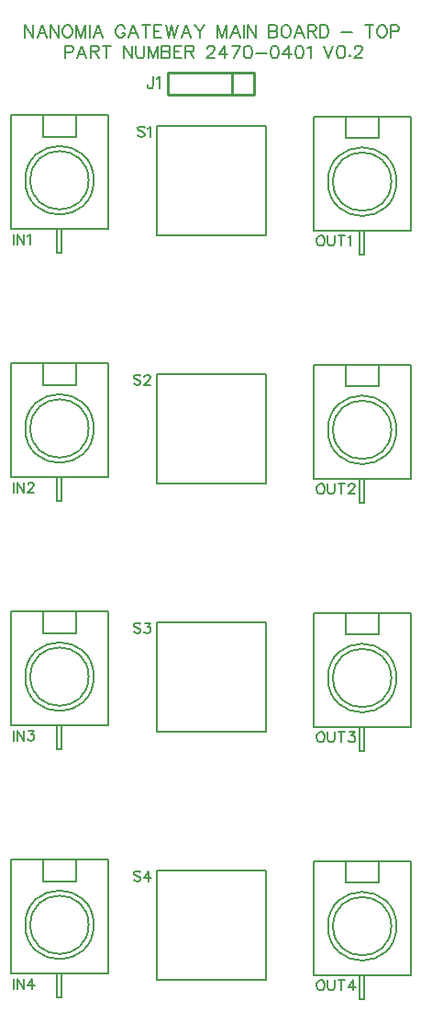
<source format=gto>
G04 Layer: TopSilkscreenLayer*
G04 EasyEDA v6.5.29, 2023-07-19 21:55:29*
G04 cd10bac7ed824a03a08366421e07836e,5a6b42c53f6a479593ecc07194224c93,10*
G04 Gerber Generator version 0.2*
G04 Scale: 100 percent, Rotated: No, Reflected: No *
G04 Dimensions in millimeters *
G04 leading zeros omitted , absolute positions ,4 integer and 5 decimal *
%FSLAX45Y45*%
%MOMM*%

%ADD10C,0.2032*%
%ADD11C,0.1524*%
%ADD12C,0.1999*%
%ADD13C,0.1270*%
%ADD14C,0.2540*%
%ADD15C,0.0105*%

%LPD*%
D10*
X317500Y11843258D02*
G01*
X317500Y11728704D01*
X317500Y11843258D02*
G01*
X393954Y11728704D01*
X393954Y11843258D02*
G01*
X393954Y11728704D01*
X473455Y11843258D02*
G01*
X429768Y11728704D01*
X473455Y11843258D02*
G01*
X517144Y11728704D01*
X446278Y11766804D02*
G01*
X500887Y11766804D01*
X553212Y11843258D02*
G01*
X553212Y11728704D01*
X553212Y11843258D02*
G01*
X629412Y11728704D01*
X629412Y11843258D02*
G01*
X629412Y11728704D01*
X698245Y11843258D02*
G01*
X687324Y11837670D01*
X676402Y11826747D01*
X671068Y11815826D01*
X665479Y11799570D01*
X665479Y11772392D01*
X671068Y11755881D01*
X676402Y11744960D01*
X687324Y11734037D01*
X698245Y11728704D01*
X720090Y11728704D01*
X731011Y11734037D01*
X741934Y11744960D01*
X747268Y11755881D01*
X752856Y11772392D01*
X752856Y11799570D01*
X747268Y11815826D01*
X741934Y11826747D01*
X731011Y11837670D01*
X720090Y11843258D01*
X698245Y11843258D01*
X788670Y11843258D02*
G01*
X788670Y11728704D01*
X788670Y11843258D02*
G01*
X832358Y11728704D01*
X876045Y11843258D02*
G01*
X832358Y11728704D01*
X876045Y11843258D02*
G01*
X876045Y11728704D01*
X912113Y11843258D02*
G01*
X912113Y11728704D01*
X991615Y11843258D02*
G01*
X947927Y11728704D01*
X991615Y11843258D02*
G01*
X1035304Y11728704D01*
X964438Y11766804D02*
G01*
X1019047Y11766804D01*
X1237234Y11815826D02*
G01*
X1231645Y11826747D01*
X1220724Y11837670D01*
X1209802Y11843258D01*
X1187958Y11843258D01*
X1177036Y11837670D01*
X1166113Y11826747D01*
X1160779Y11815826D01*
X1155191Y11799570D01*
X1155191Y11772392D01*
X1160779Y11755881D01*
X1166113Y11744960D01*
X1177036Y11734037D01*
X1187958Y11728704D01*
X1209802Y11728704D01*
X1220724Y11734037D01*
X1231645Y11744960D01*
X1237234Y11755881D01*
X1237234Y11772392D01*
X1209802Y11772392D02*
G01*
X1237234Y11772392D01*
X1316736Y11843258D02*
G01*
X1273047Y11728704D01*
X1316736Y11843258D02*
G01*
X1360424Y11728704D01*
X1289558Y11766804D02*
G01*
X1344168Y11766804D01*
X1434591Y11843258D02*
G01*
X1434591Y11728704D01*
X1396491Y11843258D02*
G01*
X1472691Y11843258D01*
X1508759Y11843258D02*
G01*
X1508759Y11728704D01*
X1508759Y11843258D02*
G01*
X1579625Y11843258D01*
X1508759Y11788647D02*
G01*
X1552447Y11788647D01*
X1508759Y11728704D02*
G01*
X1579625Y11728704D01*
X1615693Y11843258D02*
G01*
X1642872Y11728704D01*
X1670304Y11843258D02*
G01*
X1642872Y11728704D01*
X1670304Y11843258D02*
G01*
X1697481Y11728704D01*
X1724659Y11843258D02*
G01*
X1697481Y11728704D01*
X1804415Y11843258D02*
G01*
X1760727Y11728704D01*
X1804415Y11843258D02*
G01*
X1848104Y11728704D01*
X1777238Y11766804D02*
G01*
X1831593Y11766804D01*
X1883918Y11843258D02*
G01*
X1927606Y11788647D01*
X1927606Y11728704D01*
X1971293Y11843258D02*
G01*
X1927606Y11788647D01*
X2091436Y11843258D02*
G01*
X2091436Y11728704D01*
X2091436Y11843258D02*
G01*
X2134870Y11728704D01*
X2178558Y11843258D02*
G01*
X2134870Y11728704D01*
X2178558Y11843258D02*
G01*
X2178558Y11728704D01*
X2258313Y11843258D02*
G01*
X2214625Y11728704D01*
X2258313Y11843258D02*
G01*
X2301747Y11728704D01*
X2230881Y11766804D02*
G01*
X2285491Y11766804D01*
X2337815Y11843258D02*
G01*
X2337815Y11728704D01*
X2373884Y11843258D02*
G01*
X2373884Y11728704D01*
X2373884Y11843258D02*
G01*
X2450338Y11728704D01*
X2450338Y11843258D02*
G01*
X2450338Y11728704D01*
X2570225Y11843258D02*
G01*
X2570225Y11728704D01*
X2570225Y11843258D02*
G01*
X2619247Y11843258D01*
X2635758Y11837670D01*
X2641091Y11832336D01*
X2646679Y11821413D01*
X2646679Y11810492D01*
X2641091Y11799570D01*
X2635758Y11793981D01*
X2619247Y11788647D01*
X2570225Y11788647D02*
G01*
X2619247Y11788647D01*
X2635758Y11783313D01*
X2641091Y11777726D01*
X2646679Y11766804D01*
X2646679Y11750547D01*
X2641091Y11739626D01*
X2635758Y11734037D01*
X2619247Y11728704D01*
X2570225Y11728704D01*
X2715259Y11843258D02*
G01*
X2704338Y11837670D01*
X2693415Y11826747D01*
X2688081Y11815826D01*
X2682493Y11799570D01*
X2682493Y11772392D01*
X2688081Y11755881D01*
X2693415Y11744960D01*
X2704338Y11734037D01*
X2715259Y11728704D01*
X2737104Y11728704D01*
X2748025Y11734037D01*
X2758947Y11744960D01*
X2764281Y11755881D01*
X2769870Y11772392D01*
X2769870Y11799570D01*
X2764281Y11815826D01*
X2758947Y11826747D01*
X2748025Y11837670D01*
X2737104Y11843258D01*
X2715259Y11843258D01*
X2849372Y11843258D02*
G01*
X2805938Y11728704D01*
X2849372Y11843258D02*
G01*
X2893059Y11728704D01*
X2822193Y11766804D02*
G01*
X2876804Y11766804D01*
X2929127Y11843258D02*
G01*
X2929127Y11728704D01*
X2929127Y11843258D02*
G01*
X2978150Y11843258D01*
X2994659Y11837670D01*
X2999993Y11832336D01*
X3005581Y11821413D01*
X3005581Y11810492D01*
X2999993Y11799570D01*
X2994659Y11793981D01*
X2978150Y11788647D01*
X2929127Y11788647D01*
X2967227Y11788647D02*
G01*
X3005581Y11728704D01*
X3041395Y11843258D02*
G01*
X3041395Y11728704D01*
X3041395Y11843258D02*
G01*
X3079750Y11843258D01*
X3096006Y11837670D01*
X3106927Y11826747D01*
X3112515Y11815826D01*
X3117850Y11799570D01*
X3117850Y11772392D01*
X3112515Y11755881D01*
X3106927Y11744960D01*
X3096006Y11734037D01*
X3079750Y11728704D01*
X3041395Y11728704D01*
X3237738Y11777726D02*
G01*
X3336036Y11777726D01*
X3494277Y11843258D02*
G01*
X3494277Y11728704D01*
X3455924Y11843258D02*
G01*
X3532377Y11843258D01*
X3601211Y11843258D02*
G01*
X3590290Y11837670D01*
X3579368Y11826747D01*
X3573779Y11815826D01*
X3568445Y11799570D01*
X3568445Y11772392D01*
X3573779Y11755881D01*
X3579368Y11744960D01*
X3590290Y11734037D01*
X3601211Y11728704D01*
X3623056Y11728704D01*
X3633977Y11734037D01*
X3644645Y11744960D01*
X3650234Y11755881D01*
X3655568Y11772392D01*
X3655568Y11799570D01*
X3650234Y11815826D01*
X3644645Y11826747D01*
X3633977Y11837670D01*
X3623056Y11843258D01*
X3601211Y11843258D01*
X3691636Y11843258D02*
G01*
X3691636Y11728704D01*
X3691636Y11843258D02*
G01*
X3740658Y11843258D01*
X3757168Y11837670D01*
X3762502Y11832336D01*
X3768090Y11821413D01*
X3768090Y11804904D01*
X3762502Y11793981D01*
X3757168Y11788647D01*
X3740658Y11783313D01*
X3691636Y11783313D01*
X685800Y11652758D02*
G01*
X685800Y11538204D01*
X685800Y11652758D02*
G01*
X734822Y11652758D01*
X751331Y11647170D01*
X756665Y11641836D01*
X762254Y11630913D01*
X762254Y11614404D01*
X756665Y11603481D01*
X751331Y11598147D01*
X734822Y11592813D01*
X685800Y11592813D01*
X841756Y11652758D02*
G01*
X798068Y11538204D01*
X841756Y11652758D02*
G01*
X885443Y11538204D01*
X814577Y11576304D02*
G01*
X869188Y11576304D01*
X921511Y11652758D02*
G01*
X921511Y11538204D01*
X921511Y11652758D02*
G01*
X970534Y11652758D01*
X986790Y11647170D01*
X992377Y11641836D01*
X997711Y11630913D01*
X997711Y11619992D01*
X992377Y11609070D01*
X986790Y11603481D01*
X970534Y11598147D01*
X921511Y11598147D01*
X959611Y11598147D02*
G01*
X997711Y11538204D01*
X1071879Y11652758D02*
G01*
X1071879Y11538204D01*
X1033779Y11652758D02*
G01*
X1110234Y11652758D01*
X1230122Y11652758D02*
G01*
X1230122Y11538204D01*
X1230122Y11652758D02*
G01*
X1306575Y11538204D01*
X1306575Y11652758D02*
G01*
X1306575Y11538204D01*
X1342643Y11652758D02*
G01*
X1342643Y11570970D01*
X1347977Y11554460D01*
X1358900Y11543537D01*
X1375156Y11538204D01*
X1386077Y11538204D01*
X1402588Y11543537D01*
X1413509Y11554460D01*
X1418843Y11570970D01*
X1418843Y11652758D01*
X1454911Y11652758D02*
G01*
X1454911Y11538204D01*
X1454911Y11652758D02*
G01*
X1498600Y11538204D01*
X1542288Y11652758D02*
G01*
X1498600Y11538204D01*
X1542288Y11652758D02*
G01*
X1542288Y11538204D01*
X1578102Y11652758D02*
G01*
X1578102Y11538204D01*
X1578102Y11652758D02*
G01*
X1627377Y11652758D01*
X1643634Y11647170D01*
X1648968Y11641836D01*
X1654556Y11630913D01*
X1654556Y11619992D01*
X1648968Y11609070D01*
X1643634Y11603481D01*
X1627377Y11598147D01*
X1578102Y11598147D02*
G01*
X1627377Y11598147D01*
X1643634Y11592813D01*
X1648968Y11587226D01*
X1654556Y11576304D01*
X1654556Y11560047D01*
X1648968Y11549126D01*
X1643634Y11543537D01*
X1627377Y11538204D01*
X1578102Y11538204D01*
X1690624Y11652758D02*
G01*
X1690624Y11538204D01*
X1690624Y11652758D02*
G01*
X1761490Y11652758D01*
X1690624Y11598147D02*
G01*
X1734058Y11598147D01*
X1690624Y11538204D02*
G01*
X1761490Y11538204D01*
X1797558Y11652758D02*
G01*
X1797558Y11538204D01*
X1797558Y11652758D02*
G01*
X1846579Y11652758D01*
X1862836Y11647170D01*
X1868424Y11641836D01*
X1873758Y11630913D01*
X1873758Y11619992D01*
X1868424Y11609070D01*
X1862836Y11603481D01*
X1846579Y11598147D01*
X1797558Y11598147D01*
X1835658Y11598147D02*
G01*
X1873758Y11538204D01*
X1999234Y11625326D02*
G01*
X1999234Y11630913D01*
X2004822Y11641836D01*
X2010156Y11647170D01*
X2021077Y11652758D01*
X2042922Y11652758D01*
X2053843Y11647170D01*
X2059177Y11641836D01*
X2064765Y11630913D01*
X2064765Y11619992D01*
X2059177Y11609070D01*
X2048256Y11592813D01*
X1993900Y11538204D01*
X2070100Y11538204D01*
X2160777Y11652758D02*
G01*
X2106168Y11576304D01*
X2187956Y11576304D01*
X2160777Y11652758D02*
G01*
X2160777Y11538204D01*
X2300224Y11652758D02*
G01*
X2245868Y11538204D01*
X2224024Y11652758D02*
G01*
X2300224Y11652758D01*
X2369058Y11652758D02*
G01*
X2352802Y11647170D01*
X2341879Y11630913D01*
X2336291Y11603481D01*
X2336291Y11587226D01*
X2341879Y11560047D01*
X2352802Y11543537D01*
X2369058Y11538204D01*
X2379979Y11538204D01*
X2396236Y11543537D01*
X2407158Y11560047D01*
X2412745Y11587226D01*
X2412745Y11603481D01*
X2407158Y11630913D01*
X2396236Y11647170D01*
X2379979Y11652758D01*
X2369058Y11652758D01*
X2448813Y11587226D02*
G01*
X2546858Y11587226D01*
X2615691Y11652758D02*
G01*
X2599181Y11647170D01*
X2588259Y11630913D01*
X2582925Y11603481D01*
X2582925Y11587226D01*
X2588259Y11560047D01*
X2599181Y11543537D01*
X2615691Y11538204D01*
X2626613Y11538204D01*
X2642870Y11543537D01*
X2653791Y11560047D01*
X2659125Y11587226D01*
X2659125Y11603481D01*
X2653791Y11630913D01*
X2642870Y11647170D01*
X2626613Y11652758D01*
X2615691Y11652758D01*
X2749804Y11652758D02*
G01*
X2695193Y11576304D01*
X2776981Y11576304D01*
X2749804Y11652758D02*
G01*
X2749804Y11538204D01*
X2845815Y11652758D02*
G01*
X2829306Y11647170D01*
X2818638Y11630913D01*
X2813050Y11603481D01*
X2813050Y11587226D01*
X2818638Y11560047D01*
X2829306Y11543537D01*
X2845815Y11538204D01*
X2856738Y11538204D01*
X2872993Y11543537D01*
X2883915Y11560047D01*
X2889504Y11587226D01*
X2889504Y11603481D01*
X2883915Y11630913D01*
X2872993Y11647170D01*
X2856738Y11652758D01*
X2845815Y11652758D01*
X2925318Y11630913D02*
G01*
X2936240Y11636247D01*
X2952750Y11652758D01*
X2952750Y11538204D01*
X3072638Y11652758D02*
G01*
X3116325Y11538204D01*
X3160013Y11652758D02*
G01*
X3116325Y11538204D01*
X3228593Y11652758D02*
G01*
X3212338Y11647170D01*
X3201415Y11630913D01*
X3196081Y11603481D01*
X3196081Y11587226D01*
X3201415Y11560047D01*
X3212338Y11543537D01*
X3228593Y11538204D01*
X3239515Y11538204D01*
X3256025Y11543537D01*
X3266947Y11560047D01*
X3272281Y11587226D01*
X3272281Y11603481D01*
X3266947Y11630913D01*
X3256025Y11647170D01*
X3239515Y11652758D01*
X3228593Y11652758D01*
X3313684Y11565381D02*
G01*
X3308350Y11560047D01*
X3313684Y11554460D01*
X3319272Y11560047D01*
X3313684Y11565381D01*
X3360674Y11625326D02*
G01*
X3360674Y11630913D01*
X3366261Y11641836D01*
X3371595Y11647170D01*
X3382518Y11652758D01*
X3404361Y11652758D01*
X3415284Y11647170D01*
X3420618Y11641836D01*
X3426206Y11630913D01*
X3426206Y11619992D01*
X3420618Y11609070D01*
X3409695Y11592813D01*
X3355340Y11538204D01*
X3431540Y11538204D01*
D11*
X1422648Y10895055D02*
G01*
X1413504Y10903945D01*
X1399788Y10908517D01*
X1381500Y10908517D01*
X1368038Y10903945D01*
X1358894Y10895055D01*
X1358894Y10885911D01*
X1363466Y10876767D01*
X1368038Y10872195D01*
X1377182Y10867623D01*
X1404360Y10858479D01*
X1413504Y10854161D01*
X1418076Y10849589D01*
X1422648Y10840445D01*
X1422648Y10826729D01*
X1413504Y10817585D01*
X1399788Y10813013D01*
X1381500Y10813013D01*
X1368038Y10817585D01*
X1358894Y10826729D01*
X1452620Y10890483D02*
G01*
X1461510Y10895055D01*
X1475226Y10908517D01*
X1475226Y10813013D01*
X1384548Y8609037D02*
G01*
X1375404Y8617927D01*
X1361688Y8622499D01*
X1343400Y8622499D01*
X1329938Y8617927D01*
X1320794Y8609037D01*
X1320794Y8599893D01*
X1325366Y8590749D01*
X1329938Y8586177D01*
X1339082Y8581605D01*
X1366260Y8572715D01*
X1375404Y8568143D01*
X1379976Y8563571D01*
X1384548Y8554427D01*
X1384548Y8540711D01*
X1375404Y8531567D01*
X1361688Y8527249D01*
X1343400Y8527249D01*
X1329938Y8531567D01*
X1320794Y8540711D01*
X1419092Y8599893D02*
G01*
X1419092Y8604465D01*
X1423410Y8613609D01*
X1427982Y8617927D01*
X1437126Y8622499D01*
X1455414Y8622499D01*
X1464304Y8617927D01*
X1468876Y8613609D01*
X1473448Y8604465D01*
X1473448Y8595321D01*
X1468876Y8586177D01*
X1459986Y8572715D01*
X1414520Y8527249D01*
X1478020Y8527249D01*
X1384548Y6323042D02*
G01*
X1375404Y6331932D01*
X1361688Y6336504D01*
X1343400Y6336504D01*
X1329938Y6331932D01*
X1320794Y6323042D01*
X1320794Y6313898D01*
X1325366Y6304754D01*
X1329938Y6300182D01*
X1339082Y6295610D01*
X1366260Y6286720D01*
X1375404Y6282148D01*
X1379976Y6277576D01*
X1384548Y6268432D01*
X1384548Y6254716D01*
X1375404Y6245572D01*
X1361688Y6241254D01*
X1343400Y6241254D01*
X1329938Y6245572D01*
X1320794Y6254716D01*
X1423410Y6336504D02*
G01*
X1473448Y6336504D01*
X1446270Y6300182D01*
X1459986Y6300182D01*
X1468876Y6295610D01*
X1473448Y6291038D01*
X1478020Y6277576D01*
X1478020Y6268432D01*
X1473448Y6254716D01*
X1464304Y6245572D01*
X1450842Y6241254D01*
X1437126Y6241254D01*
X1423410Y6245572D01*
X1419092Y6250144D01*
X1414520Y6259288D01*
X1384548Y4037045D02*
G01*
X1375404Y4045935D01*
X1361688Y4050507D01*
X1343400Y4050507D01*
X1329938Y4045935D01*
X1320794Y4037045D01*
X1320794Y4027901D01*
X1325366Y4018757D01*
X1329938Y4014185D01*
X1339082Y4009613D01*
X1366260Y4000723D01*
X1375404Y3996151D01*
X1379976Y3991579D01*
X1384548Y3982435D01*
X1384548Y3968719D01*
X1375404Y3959575D01*
X1361688Y3955257D01*
X1343400Y3955257D01*
X1329938Y3959575D01*
X1320794Y3968719D01*
X1459986Y4050507D02*
G01*
X1414520Y3987007D01*
X1482592Y3987007D01*
X1459986Y4050507D02*
G01*
X1459986Y3955257D01*
X215981Y9918029D02*
G01*
X215981Y9822525D01*
X245953Y9918029D02*
G01*
X245953Y9822525D01*
X245953Y9918029D02*
G01*
X309453Y9822525D01*
X309453Y9918029D02*
G01*
X309453Y9822525D01*
X339425Y9899741D02*
G01*
X348569Y9904313D01*
X362285Y9918029D01*
X362285Y9822525D01*
X215900Y7631922D02*
G01*
X215900Y7536418D01*
X245871Y7631922D02*
G01*
X245871Y7536418D01*
X245871Y7631922D02*
G01*
X309626Y7536418D01*
X309626Y7631922D02*
G01*
X309626Y7536418D01*
X344170Y7609316D02*
G01*
X344170Y7613888D01*
X348742Y7622778D01*
X353060Y7627350D01*
X362204Y7631922D01*
X380492Y7631922D01*
X389636Y7627350D01*
X393954Y7622778D01*
X398526Y7613888D01*
X398526Y7604744D01*
X393954Y7595600D01*
X385063Y7581884D01*
X339597Y7536418D01*
X403097Y7536418D01*
X215900Y5345925D02*
G01*
X215900Y5250421D01*
X245871Y5345925D02*
G01*
X245871Y5250421D01*
X245871Y5345925D02*
G01*
X309626Y5250421D01*
X309626Y5345925D02*
G01*
X309626Y5250421D01*
X348742Y5345925D02*
G01*
X398526Y5345925D01*
X371347Y5309603D01*
X385063Y5309603D01*
X393954Y5305031D01*
X398526Y5300459D01*
X403097Y5286997D01*
X403097Y5277853D01*
X398526Y5264137D01*
X389636Y5254993D01*
X375920Y5250421D01*
X362204Y5250421D01*
X348742Y5254993D01*
X344170Y5259565D01*
X339597Y5268709D01*
X215900Y3059930D02*
G01*
X215900Y2964426D01*
X245871Y3059930D02*
G01*
X245871Y2964426D01*
X245871Y3059930D02*
G01*
X309626Y2964426D01*
X309626Y3059930D02*
G01*
X309626Y2964426D01*
X385063Y3059930D02*
G01*
X339597Y2996430D01*
X407670Y2996430D01*
X385063Y3059930D02*
G01*
X385063Y2964426D01*
X3037070Y9905217D02*
G01*
X3028180Y9900645D01*
X3019036Y9891755D01*
X3014464Y9882611D01*
X3009892Y9868895D01*
X3009892Y9846289D01*
X3014464Y9832573D01*
X3019036Y9823429D01*
X3028180Y9814285D01*
X3037070Y9809713D01*
X3055358Y9809713D01*
X3064502Y9814285D01*
X3073392Y9823429D01*
X3077964Y9832573D01*
X3082536Y9846289D01*
X3082536Y9868895D01*
X3077964Y9882611D01*
X3073392Y9891755D01*
X3064502Y9900645D01*
X3055358Y9905217D01*
X3037070Y9905217D01*
X3112508Y9905217D02*
G01*
X3112508Y9837145D01*
X3117080Y9823429D01*
X3126224Y9814285D01*
X3139940Y9809713D01*
X3149084Y9809713D01*
X3162546Y9814285D01*
X3171690Y9823429D01*
X3176262Y9837145D01*
X3176262Y9905217D01*
X3237984Y9905217D02*
G01*
X3237984Y9809713D01*
X3206234Y9905217D02*
G01*
X3269988Y9905217D01*
X3299960Y9887183D02*
G01*
X3308850Y9891755D01*
X3322566Y9905217D01*
X3322566Y9809713D01*
X3037070Y7619222D02*
G01*
X3028180Y7614650D01*
X3019036Y7605760D01*
X3014464Y7596616D01*
X3009892Y7582900D01*
X3009892Y7560294D01*
X3014464Y7546578D01*
X3019036Y7537434D01*
X3028180Y7528290D01*
X3037070Y7523718D01*
X3055358Y7523718D01*
X3064502Y7528290D01*
X3073392Y7537434D01*
X3077964Y7546578D01*
X3082536Y7560294D01*
X3082536Y7582900D01*
X3077964Y7596616D01*
X3073392Y7605760D01*
X3064502Y7614650D01*
X3055358Y7619222D01*
X3037070Y7619222D01*
X3112508Y7619222D02*
G01*
X3112508Y7551150D01*
X3117080Y7537434D01*
X3126224Y7528290D01*
X3139940Y7523718D01*
X3149084Y7523718D01*
X3162546Y7528290D01*
X3171690Y7537434D01*
X3176262Y7551150D01*
X3176262Y7619222D01*
X3237984Y7619222D02*
G01*
X3237984Y7523718D01*
X3206234Y7619222D02*
G01*
X3269988Y7619222D01*
X3304532Y7596616D02*
G01*
X3304532Y7601188D01*
X3308850Y7610078D01*
X3313422Y7614650D01*
X3322566Y7619222D01*
X3340854Y7619222D01*
X3349998Y7614650D01*
X3354316Y7610078D01*
X3358888Y7601188D01*
X3358888Y7592044D01*
X3354316Y7582900D01*
X3345426Y7569184D01*
X3299960Y7523718D01*
X3363460Y7523718D01*
X3037070Y5333225D02*
G01*
X3028180Y5328653D01*
X3019036Y5319763D01*
X3014464Y5310619D01*
X3009892Y5296903D01*
X3009892Y5274297D01*
X3014464Y5260581D01*
X3019036Y5251437D01*
X3028180Y5242293D01*
X3037070Y5237721D01*
X3055358Y5237721D01*
X3064502Y5242293D01*
X3073392Y5251437D01*
X3077964Y5260581D01*
X3082536Y5274297D01*
X3082536Y5296903D01*
X3077964Y5310619D01*
X3073392Y5319763D01*
X3064502Y5328653D01*
X3055358Y5333225D01*
X3037070Y5333225D01*
X3112508Y5333225D02*
G01*
X3112508Y5265153D01*
X3117080Y5251437D01*
X3126224Y5242293D01*
X3139940Y5237721D01*
X3149084Y5237721D01*
X3162546Y5242293D01*
X3171690Y5251437D01*
X3176262Y5265153D01*
X3176262Y5333225D01*
X3237984Y5333225D02*
G01*
X3237984Y5237721D01*
X3206234Y5333225D02*
G01*
X3269988Y5333225D01*
X3308850Y5333225D02*
G01*
X3358888Y5333225D01*
X3331710Y5296903D01*
X3345426Y5296903D01*
X3354316Y5292331D01*
X3358888Y5287759D01*
X3363460Y5274297D01*
X3363460Y5265153D01*
X3358888Y5251437D01*
X3349998Y5242293D01*
X3336282Y5237721D01*
X3322566Y5237721D01*
X3308850Y5242293D01*
X3304532Y5246865D01*
X3299960Y5256009D01*
X3037070Y3047230D02*
G01*
X3028180Y3042658D01*
X3019036Y3033768D01*
X3014464Y3024624D01*
X3009892Y3010908D01*
X3009892Y2988302D01*
X3014464Y2974586D01*
X3019036Y2965442D01*
X3028180Y2956298D01*
X3037070Y2951726D01*
X3055358Y2951726D01*
X3064502Y2956298D01*
X3073392Y2965442D01*
X3077964Y2974586D01*
X3082536Y2988302D01*
X3082536Y3010908D01*
X3077964Y3024624D01*
X3073392Y3033768D01*
X3064502Y3042658D01*
X3055358Y3047230D01*
X3037070Y3047230D01*
X3112508Y3047230D02*
G01*
X3112508Y2979158D01*
X3117080Y2965442D01*
X3126224Y2956298D01*
X3139940Y2951726D01*
X3149084Y2951726D01*
X3162546Y2956298D01*
X3171690Y2965442D01*
X3176262Y2979158D01*
X3176262Y3047230D01*
X3237984Y3047230D02*
G01*
X3237984Y2951726D01*
X3206234Y3047230D02*
G01*
X3269988Y3047230D01*
X3345426Y3047230D02*
G01*
X3299960Y2983730D01*
X3368032Y2983730D01*
X3345426Y3047230D02*
G01*
X3345426Y2951726D01*
X1499750Y11367515D02*
G01*
X1499750Y11284389D01*
X1494553Y11268801D01*
X1489359Y11263607D01*
X1478968Y11258412D01*
X1468577Y11258412D01*
X1458186Y11263607D01*
X1452989Y11268801D01*
X1447794Y11284389D01*
X1447794Y11294780D01*
X1534040Y11346733D02*
G01*
X1544429Y11351930D01*
X1560017Y11367515D01*
X1560017Y11258412D01*
D12*
X1537202Y10910295D02*
G01*
X1537202Y9910297D01*
X2537200Y9910297D01*
X2537200Y10910295D01*
X1537202Y10910295D01*
X1537202Y8624300D02*
G01*
X1537202Y7624302D01*
X2537200Y7624302D01*
X2537200Y8624300D01*
X1537202Y8624300D01*
X1537202Y6338305D02*
G01*
X1537202Y5338307D01*
X2537200Y5338307D01*
X2537200Y6338305D01*
X1537202Y6338305D01*
X1537202Y4052308D02*
G01*
X1537202Y3052310D01*
X2537200Y3052310D01*
X2537200Y4052308D01*
X1537202Y4052308D01*
D13*
X1084986Y11013978D02*
G01*
X1084986Y9963993D01*
X654989Y9963993D01*
X185013Y9963993D01*
X185013Y11013978D01*
X484987Y11013978D01*
X785012Y11013978D01*
X1084986Y11013978D01*
X484987Y11013978D02*
G01*
X484987Y10813978D01*
X785012Y10813978D01*
X785012Y11013978D01*
X615010Y9953985D02*
G01*
X615010Y9743978D01*
X654989Y9743978D01*
X654989Y9963993D01*
X1084986Y8727983D02*
G01*
X1084986Y7677998D01*
X654989Y7677998D01*
X185013Y7677998D01*
X185013Y8727983D01*
X484987Y8727983D01*
X785012Y8727983D01*
X1084986Y8727983D01*
X484987Y8727983D02*
G01*
X484987Y8527983D01*
X785012Y8527983D01*
X785012Y8727983D01*
X615010Y7667990D02*
G01*
X615010Y7457983D01*
X654989Y7457983D01*
X654989Y7677998D01*
X1084986Y6441986D02*
G01*
X1084986Y5392000D01*
X654989Y5392000D01*
X185013Y5392000D01*
X185013Y6441986D01*
X484987Y6441986D01*
X785012Y6441986D01*
X1084986Y6441986D01*
X484987Y6441986D02*
G01*
X484987Y6241986D01*
X785012Y6241986D01*
X785012Y6441986D01*
X615010Y5381993D02*
G01*
X615010Y5171986D01*
X654989Y5171986D01*
X654989Y5392000D01*
X1084986Y4155991D02*
G01*
X1084986Y3106005D01*
X654989Y3106005D01*
X185013Y3106005D01*
X185013Y4155991D01*
X484987Y4155991D01*
X785012Y4155991D01*
X1084986Y4155991D01*
X484987Y4155991D02*
G01*
X484987Y3955991D01*
X785012Y3955991D01*
X785012Y4155991D01*
X615010Y3095998D02*
G01*
X615010Y2885991D01*
X654989Y2885991D01*
X654989Y3106005D01*
X3878978Y11001278D02*
G01*
X3878978Y9951293D01*
X3448982Y9951293D01*
X2979005Y9951293D01*
X2979005Y11001278D01*
X3278979Y11001278D01*
X3579004Y11001278D01*
X3878978Y11001278D01*
X3278979Y11001278D02*
G01*
X3278979Y10801278D01*
X3579004Y10801278D01*
X3579004Y11001278D01*
X3409002Y9941285D02*
G01*
X3409002Y9731278D01*
X3448982Y9731278D01*
X3448982Y9951293D01*
X3878978Y8715283D02*
G01*
X3878978Y7665298D01*
X3448982Y7665298D01*
X2979005Y7665298D01*
X2979005Y8715283D01*
X3278979Y8715283D01*
X3579004Y8715283D01*
X3878978Y8715283D01*
X3278979Y8715283D02*
G01*
X3278979Y8515283D01*
X3579004Y8515283D01*
X3579004Y8715283D01*
X3409002Y7655290D02*
G01*
X3409002Y7445283D01*
X3448982Y7445283D01*
X3448982Y7665298D01*
X3878978Y6429286D02*
G01*
X3878978Y5379300D01*
X3448982Y5379300D01*
X2979005Y5379300D01*
X2979005Y6429286D01*
X3278979Y6429286D01*
X3579004Y6429286D01*
X3878978Y6429286D01*
X3278979Y6429286D02*
G01*
X3278979Y6229286D01*
X3579004Y6229286D01*
X3579004Y6429286D01*
X3409002Y5369293D02*
G01*
X3409002Y5159286D01*
X3448982Y5159286D01*
X3448982Y5379300D01*
X3878978Y4143291D02*
G01*
X3878978Y3093305D01*
X3448982Y3093305D01*
X2979005Y3093305D01*
X2979005Y4143291D01*
X3278979Y4143291D01*
X3579004Y4143291D01*
X3878978Y4143291D01*
X3278979Y4143291D02*
G01*
X3278979Y3943291D01*
X3579004Y3943291D01*
X3579004Y4143291D01*
X3409002Y3083298D02*
G01*
X3409002Y2873291D01*
X3448982Y2873291D01*
X3448982Y3093305D01*
D14*
X2228895Y11201377D02*
G01*
X2228895Y11391877D01*
X2431994Y11202977D02*
G01*
X1631995Y11202977D01*
X1631995Y11402976D01*
X2431994Y11402976D01*
X2431994Y11202977D01*
D13*
G75*
G01*
X951230Y10413980D02*
G03*
X951230Y10413218I-316230J-381D01*
G75*
G01*
X904062Y10413980D02*
G03*
X904062Y10413319I-269062J-331D01*
G75*
G01*
X951230Y8127985D02*
G03*
X951230Y8127223I-316230J-381D01*
G75*
G01*
X904062Y8127985D02*
G03*
X904062Y8127324I-269062J-330D01*
G75*
G01*
X951230Y5841987D02*
G03*
X951230Y5841225I-316230J-381D01*
G75*
G01*
X904062Y5841987D02*
G03*
X904062Y5841327I-269062J-330D01*
G75*
G01*
X951230Y3555992D02*
G03*
X951230Y3555230I-316230J-381D01*
G75*
G01*
X904062Y3555992D02*
G03*
X904062Y3555332I-269062J-330D01*
G75*
G01*
X3745222Y10401280D02*
G03*
X3745222Y10400518I-316229J-381D01*
G75*
G01*
X3698055Y10401280D02*
G03*
X3698055Y10400619I-269062J-331D01*
G75*
G01*
X3745222Y8115285D02*
G03*
X3745222Y8114523I-316229J-381D01*
G75*
G01*
X3698055Y8115285D02*
G03*
X3698055Y8114624I-269062J-330D01*
G75*
G01*
X3745222Y5829287D02*
G03*
X3745222Y5828525I-316229J-381D01*
G75*
G01*
X3698055Y5829287D02*
G03*
X3698055Y5828627I-269062J-330D01*
G75*
G01*
X3745222Y3543292D02*
G03*
X3745222Y3542530I-316229J-381D01*
G75*
G01*
X3698055Y3543292D02*
G03*
X3698055Y3542632I-269062J-330D01*
M02*

</source>
